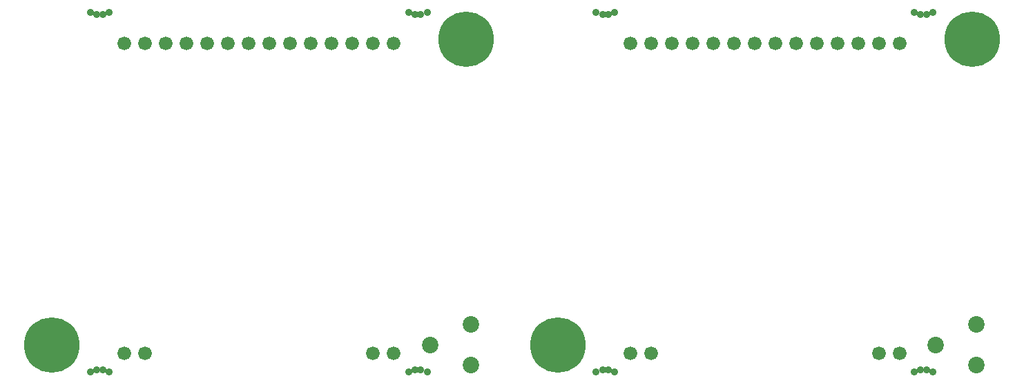
<source format=gbs>
G04 #@! TF.GenerationSoftware,KiCad,Pcbnew,7.0.8*
G04 #@! TF.CreationDate,2023-12-11T19:30:21+01:00*
G04 #@! TF.ProjectId,dogs102,646f6773-3130-4322-9e6b-696361645f70,rev?*
G04 #@! TF.SameCoordinates,Original*
G04 #@! TF.FileFunction,Soldermask,Bot*
G04 #@! TF.FilePolarity,Negative*
%FSLAX46Y46*%
G04 Gerber Fmt 4.6, Leading zero omitted, Abs format (unit mm)*
G04 Created by KiCad (PCBNEW 7.0.8) date 2023-12-11 19:30:21*
%MOMM*%
%LPD*%
G01*
G04 APERTURE LIST*
%ADD10C,1.200000*%
%ADD11C,6.800000*%
%ADD12C,1.680000*%
%ADD13C,2.020000*%
%ADD14C,0.900000*%
G04 APERTURE END LIST*
D10*
X119266000Y-123444000D03*
X119968944Y-121746944D03*
X119968944Y-125141056D03*
X121666000Y-121044000D03*
D11*
X121666000Y-123444000D03*
D10*
X121666000Y-125844000D03*
X123363056Y-121746944D03*
X123363056Y-125141056D03*
X124066000Y-123444000D03*
X170066000Y-85852000D03*
X170768944Y-84154944D03*
X170768944Y-87549056D03*
X172466000Y-83452000D03*
D11*
X172466000Y-85852000D03*
D10*
X172466000Y-88252000D03*
X174163056Y-84154944D03*
X174163056Y-87549056D03*
X174866000Y-85852000D03*
D12*
X130556000Y-124460000D03*
X133096000Y-124460000D03*
X161036000Y-124460000D03*
X163576000Y-124460000D03*
X163576000Y-86360000D03*
X161036000Y-86360000D03*
X158496000Y-86360000D03*
X155956000Y-86360000D03*
X153416000Y-86360000D03*
X150876000Y-86360000D03*
X148336000Y-86360000D03*
X145796000Y-86360000D03*
X143256000Y-86360000D03*
X140716000Y-86360000D03*
X138176000Y-86360000D03*
X135636000Y-86360000D03*
X133096000Y-86360000D03*
X130556000Y-86360000D03*
D13*
X173010000Y-120900000D03*
X168010000Y-123400000D03*
X173010000Y-125900000D03*
D14*
X188360000Y-82550000D03*
X189160000Y-82800000D03*
X189860000Y-82800000D03*
X190660000Y-82550000D03*
X167660000Y-126750000D03*
X166860000Y-126500000D03*
X166160000Y-126500000D03*
X165360000Y-126750000D03*
X128660000Y-126750000D03*
X127860000Y-126500000D03*
X127160000Y-126500000D03*
X126360000Y-126750000D03*
D12*
X192556000Y-124460000D03*
X195096000Y-124460000D03*
X223036000Y-124460000D03*
X225576000Y-124460000D03*
X225576000Y-86360000D03*
X223036000Y-86360000D03*
X220496000Y-86360000D03*
X217956000Y-86360000D03*
X215416000Y-86360000D03*
X212876000Y-86360000D03*
X210336000Y-86360000D03*
X207796000Y-86360000D03*
X205256000Y-86360000D03*
X202716000Y-86360000D03*
X200176000Y-86360000D03*
X197636000Y-86360000D03*
X195096000Y-86360000D03*
X192556000Y-86360000D03*
D14*
X126360000Y-82550000D03*
X127160000Y-82800000D03*
X127860000Y-82800000D03*
X128660000Y-82550000D03*
X190660000Y-126750000D03*
X189860000Y-126500000D03*
X189160000Y-126500000D03*
X188360000Y-126750000D03*
X165360000Y-82550000D03*
X166160000Y-82800000D03*
X166860000Y-82800000D03*
X167660000Y-82550000D03*
D10*
X232066000Y-85852000D03*
X232768944Y-84154944D03*
X232768944Y-87549056D03*
X234466000Y-83452000D03*
D11*
X234466000Y-85852000D03*
D10*
X234466000Y-88252000D03*
X236163056Y-84154944D03*
X236163056Y-87549056D03*
X236866000Y-85852000D03*
D13*
X235010000Y-120900000D03*
X230010000Y-123400000D03*
X235010000Y-125900000D03*
D10*
X181266000Y-123444000D03*
X181968944Y-121746944D03*
X181968944Y-125141056D03*
X183666000Y-121044000D03*
D11*
X183666000Y-123444000D03*
D10*
X183666000Y-125844000D03*
X185363056Y-121746944D03*
X185363056Y-125141056D03*
X186066000Y-123444000D03*
D14*
X229660000Y-126750000D03*
X228860000Y-126500000D03*
X228160000Y-126500000D03*
X227360000Y-126750000D03*
X227360000Y-82550000D03*
X228160000Y-82800000D03*
X228860000Y-82800000D03*
X229660000Y-82550000D03*
M02*

</source>
